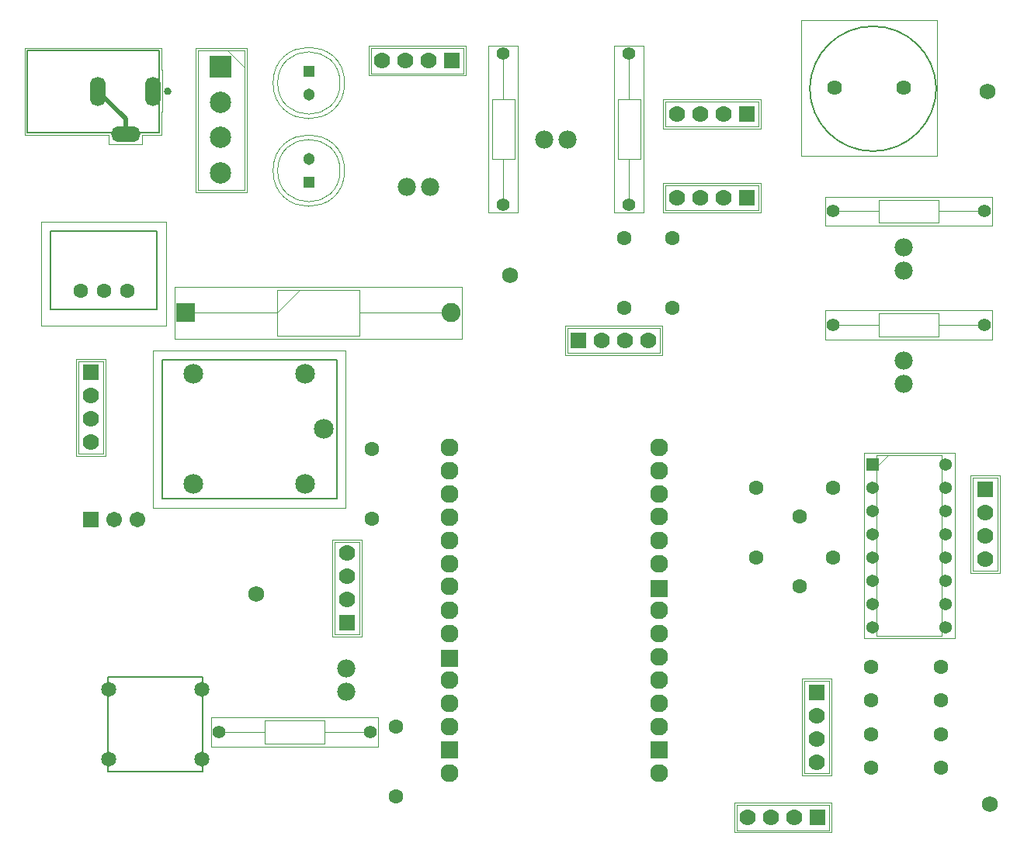
<source format=gbs>
G04*
G04 #@! TF.GenerationSoftware,Altium Limited,Altium Designer,18.0.9 (584)*
G04*
G04 Layer_Color=16711935*
%FSLAX44Y44*%
%MOMM*%
G71*
G01*
G75*
%ADD10C,0.2000*%
%ADD11C,0.1000*%
%ADD12C,0.1270*%
%ADD13C,0.4000*%
%ADD16C,0.0001*%
%ADD17C,0.0500*%
%ADD18C,1.4032*%
%ADD19C,1.7272*%
%ADD20R,1.7032X1.7032*%
%ADD21C,1.7032*%
%ADD22R,1.7782X1.7782*%
%ADD23C,1.7782*%
%ADD24R,1.7782X1.7782*%
%ADD25R,1.3632X1.3632*%
%ADD26C,1.3632*%
%ADD27C,2.3332*%
%ADD28R,2.3332X2.3332*%
%ADD29R,2.0782X2.0782*%
%ADD30C,2.0782*%
%ADD31C,1.3032*%
%ADD32R,1.3032X1.3032*%
%ADD33C,1.6202*%
%ADD34C,1.6032*%
%ADD35C,1.6532*%
%ADD36C,2.1532*%
%ADD37C,1.9812*%
%ADD38O,3.2192X1.7112*%
%ADD39O,1.7112X3.2192*%
%ADD40C,1.9558*%
%ADD41R,1.9558X1.9558*%
%ADD42C,0.5000*%
D10*
X1112809Y1189800D02*
G03*
X1250709Y1189800I68950J0D01*
G01*
D02*
G03*
X1112809Y1189800I-68950J-1530D01*
G01*
X284970Y948345D02*
X400970D01*
Y1033345D01*
X284970D02*
X400970D01*
X284970Y948345D02*
Y1033345D01*
X347280Y546800D02*
X450280D01*
Y443800D02*
Y546800D01*
X347280Y443800D02*
X450280D01*
X347280D02*
Y546800D01*
X596730Y741430D02*
Y893430D01*
X406730D02*
X596730D01*
X406730Y741430D02*
Y893430D01*
Y741430D02*
X596730D01*
D11*
X600500Y1195260D02*
G03*
X600500Y1195260I-34000J0D01*
G01*
Y1099570D02*
G03*
X600500Y1099570I-34000J0D01*
G01*
X518730Y473910D02*
X583730D01*
X518730D02*
Y498910D01*
X583730D01*
Y473910D02*
Y498910D01*
Y486410D02*
X633730D01*
X468730D02*
X518730D01*
X315310Y891755D02*
X342710D01*
Y790655D02*
Y891755D01*
X315310Y790655D02*
X342710D01*
X315310D02*
Y891755D01*
X1106540Y542645D02*
X1133940D01*
Y441545D02*
Y542645D01*
X1106540Y441545D02*
X1133940D01*
X1106540D02*
Y542645D01*
X848215Y900700D02*
Y928100D01*
X949315D01*
Y900700D02*
Y928100D01*
X848215Y900700D02*
X949315D01*
X594630Y593340D02*
X622030D01*
X594630D02*
Y694440D01*
X622030D01*
Y593340D02*
Y694440D01*
X735160Y1205845D02*
Y1233245D01*
X634060Y1205845D02*
X735160D01*
X634060D02*
Y1233245D01*
X735160D01*
X1056724Y1147685D02*
Y1175085D01*
X955624Y1147685D02*
X1056724D01*
X955624D02*
Y1175085D01*
X1056724D01*
Y1056245D02*
Y1083645D01*
X955624Y1056245D02*
X1056724D01*
X955624D02*
Y1083645D01*
X1056724D01*
X1290164Y764090D02*
X1317564D01*
Y662990D02*
Y764090D01*
X1290164Y662990D02*
X1317564D01*
X1290164D02*
Y764090D01*
X1133940Y379490D02*
Y406890D01*
X1032840Y379490D02*
X1133940D01*
X1032840D02*
Y406890D01*
X1133940D01*
X1185714Y788665D02*
X1256814D01*
Y591765D02*
Y788665D01*
X1185714Y591765D02*
X1256814D01*
X1185714D02*
Y788665D01*
Y775965D02*
X1198414Y788665D01*
X477430Y1231180D02*
X496680Y1211930D01*
X445880Y1231180D02*
X496680D01*
X445880Y1078780D02*
Y1231180D01*
Y1078780D02*
X496680D01*
Y1231180D01*
X531880Y969450D02*
X621880D01*
Y919400D02*
Y969450D01*
X531880Y919400D02*
X621880D01*
X531880D02*
Y969450D01*
Y944430D02*
X556900Y969450D01*
X431880Y944430D02*
X531880D01*
X621880D02*
X721880D01*
X791090Y1112245D02*
Y1177245D01*
X766090Y1112245D02*
X791090D01*
X766090D02*
Y1177245D01*
X791090D01*
X778590D02*
Y1227245D01*
Y1062245D02*
Y1112245D01*
X903250D02*
Y1177245D01*
X928250D01*
Y1112245D02*
Y1177245D01*
X903250Y1112245D02*
X928250D01*
X915750Y1062245D02*
Y1112245D01*
Y1177245D02*
Y1227245D01*
X1188384Y943796D02*
X1253384D01*
Y918796D02*
Y943796D01*
X1188384Y918796D02*
X1253384D01*
X1188384D02*
Y943796D01*
X1138384Y931296D02*
X1188384D01*
X1253384D02*
X1303384D01*
X1188384Y1067689D02*
X1253384D01*
Y1042689D02*
Y1067689D01*
X1188384Y1042689D02*
X1253384D01*
X1188384D02*
Y1067689D01*
X1138384Y1055189D02*
X1188384D01*
X1253384D02*
X1303384D01*
X1103469Y1115850D02*
X1251369D01*
Y1263750D01*
X1103469D02*
X1251369D01*
X1103469Y1115850D02*
Y1263750D01*
X274970Y930345D02*
X410970D01*
Y1043345D01*
X274970D02*
X410970D01*
X274970Y930345D02*
Y1043345D01*
X606730Y731430D02*
Y903430D01*
X396730D02*
X606730D01*
X396730Y731430D02*
Y903430D01*
Y731430D02*
X606730D01*
D12*
X259550Y1141180D02*
Y1231180D01*
X403550Y1141180D02*
Y1231180D01*
X259550D02*
X403550D01*
X259550Y1141180D02*
X403550D01*
X259550D02*
Y1231180D01*
X403550Y1141180D02*
Y1231180D01*
X259550D02*
X403550D01*
X259550Y1141180D02*
X403550D01*
X259550D02*
Y1231180D01*
X403550D01*
X385050Y1141180D02*
X403550D01*
Y1201680D02*
Y1231180D01*
X259550Y1141180D02*
X349050D01*
X403550D02*
Y1171680D01*
D13*
X414550Y1186180D02*
G03*
X414550Y1186180I-2000J0D01*
G01*
D16*
X358550Y1144180D02*
X374550D01*
X358550Y1134180D02*
Y1144180D01*
Y1134180D02*
X374550D01*
Y1144180D01*
X331550Y1178180D02*
Y1194180D01*
Y1178180D02*
X341550D01*
Y1194180D01*
X331550D02*
X341550D01*
X391550Y1178180D02*
Y1194180D01*
Y1178180D02*
X401550D01*
Y1194180D01*
X391550D02*
X401550D01*
D17*
X605500Y1195260D02*
G03*
X605500Y1195260I-39000J0D01*
G01*
Y1099570D02*
G03*
X605500Y1099570I-39000J0D01*
G01*
X460230Y470410D02*
X642230D01*
X460230D02*
Y502410D01*
X642230D01*
Y470410D02*
Y502410D01*
X312810Y894255D02*
X345210D01*
Y788155D02*
Y894255D01*
X312810Y788155D02*
X345210D01*
X312810D02*
Y894255D01*
X1104040Y545145D02*
X1136440D01*
Y439045D02*
Y545145D01*
X1104040Y439045D02*
X1136440D01*
X1104040D02*
Y545145D01*
X845715Y898200D02*
Y930600D01*
X951815D01*
Y898200D02*
Y930600D01*
X845715Y898200D02*
X951815D01*
X592130Y590840D02*
X624530D01*
X592130D02*
Y696940D01*
X624530D01*
Y590840D02*
Y696940D01*
X737660Y1203345D02*
Y1235745D01*
X631560Y1203345D02*
X737660D01*
X631560D02*
Y1235745D01*
X737660D01*
X1059224Y1145185D02*
Y1177585D01*
X953124Y1145185D02*
X1059224D01*
X953124D02*
Y1177585D01*
X1059224D01*
Y1053745D02*
Y1086145D01*
X953124Y1053745D02*
X1059224D01*
X953124D02*
Y1086145D01*
X1059224D01*
X1287664Y766590D02*
X1320064D01*
Y660490D02*
Y766590D01*
X1287664Y660490D02*
X1320064D01*
X1287664D02*
Y766590D01*
X1136440Y376990D02*
Y409390D01*
X1030340Y376990D02*
X1136440D01*
X1030340D02*
Y409390D01*
X1136440D01*
X1171664Y791165D02*
X1270864D01*
Y589265D02*
Y791165D01*
X1171664Y589265D02*
X1270864D01*
X1171664D02*
Y791165D01*
X443380Y1233680D02*
X499180D01*
X443380Y1076280D02*
Y1233680D01*
Y1076280D02*
X499180D01*
Y1233680D01*
X420000Y972950D02*
X733750D01*
Y915900D02*
Y972950D01*
X420000Y915900D02*
X733750D01*
X420000D02*
Y972950D01*
X794590Y1053745D02*
Y1235745D01*
X762590Y1053745D02*
X794590D01*
X762590D02*
Y1235745D01*
X794590D01*
X899750Y1053745D02*
Y1235745D01*
X931750D01*
Y1053745D02*
Y1235745D01*
X899750Y1053745D02*
X931750D01*
X1129884Y947296D02*
X1311884D01*
Y915296D02*
Y947296D01*
X1129884Y915296D02*
X1311884D01*
X1129884D02*
Y947296D01*
Y1071189D02*
X1311884D01*
Y1039189D02*
Y1071189D01*
X1129884Y1039189D02*
X1311884D01*
X1129884D02*
Y1071189D01*
X406050Y1209680D02*
X407050D01*
Y1163680D02*
Y1209680D01*
X406050Y1163680D02*
X407050D01*
X406050Y1138680D02*
Y1163680D01*
Y1209680D02*
Y1233680D01*
X256550D02*
X406050D01*
X256550Y1138680D02*
Y1233680D01*
Y1138680D02*
X348050D01*
Y1128180D02*
Y1138680D01*
Y1128180D02*
X385050D01*
Y1138680D01*
X406050D01*
D18*
X633730Y486410D02*
D03*
X468730D02*
D03*
X778590Y1227245D02*
D03*
Y1062245D02*
D03*
X915750D02*
D03*
Y1227245D02*
D03*
X1138384Y931296D02*
D03*
X1303384D02*
D03*
X1138384Y1055189D02*
D03*
X1303384D02*
D03*
D19*
X509270Y637540D02*
D03*
X1309370Y407670D02*
D03*
X786130Y985520D02*
D03*
X1306830Y1186180D02*
D03*
D20*
X328635Y718820D02*
D03*
D21*
X354035D02*
D03*
X379435D02*
D03*
D22*
X329010Y879305D02*
D03*
X1120240Y530195D02*
D03*
X608330Y605790D02*
D03*
X1303864Y751640D02*
D03*
D23*
X329010Y853905D02*
D03*
Y828505D02*
D03*
Y803105D02*
D03*
X1120240Y504795D02*
D03*
Y479395D02*
D03*
Y453995D02*
D03*
X886065Y914400D02*
D03*
X911465D02*
D03*
X936865D02*
D03*
X608330Y631190D02*
D03*
Y656590D02*
D03*
Y681990D02*
D03*
X697310Y1219545D02*
D03*
X671910D02*
D03*
X646510D02*
D03*
X1018874Y1161385D02*
D03*
X993474D02*
D03*
X968074D02*
D03*
X1018874Y1069945D02*
D03*
X993474D02*
D03*
X968074D02*
D03*
X1303864Y726240D02*
D03*
Y700840D02*
D03*
Y675440D02*
D03*
X1096090Y393190D02*
D03*
X1070690D02*
D03*
X1045290D02*
D03*
D24*
X860665Y914400D02*
D03*
X722710Y1219545D02*
D03*
X1044274Y1161385D02*
D03*
Y1069945D02*
D03*
X1121490Y393190D02*
D03*
D25*
X1181564Y779115D02*
D03*
D26*
Y753715D02*
D03*
Y728315D02*
D03*
Y702915D02*
D03*
Y677515D02*
D03*
Y652115D02*
D03*
Y626715D02*
D03*
Y601315D02*
D03*
X1260964D02*
D03*
Y626715D02*
D03*
Y652115D02*
D03*
Y677515D02*
D03*
Y702915D02*
D03*
Y728315D02*
D03*
Y753715D02*
D03*
Y779115D02*
D03*
D27*
X469980Y1097230D02*
D03*
Y1135730D02*
D03*
Y1174230D02*
D03*
D28*
Y1212730D02*
D03*
D29*
X431880Y944430D02*
D03*
D30*
X721880D02*
D03*
D31*
X566500Y1182760D02*
D03*
Y1112070D02*
D03*
D32*
Y1207760D02*
D03*
Y1087070D02*
D03*
D33*
X1139469Y1189800D02*
D03*
X1215369D02*
D03*
D34*
X317570Y968345D02*
D03*
X342970D02*
D03*
X368370D02*
D03*
X1255630Y558135D02*
D03*
X1179430D02*
D03*
X910590Y949960D02*
D03*
Y1026160D02*
D03*
X1255630Y447645D02*
D03*
X1179430D02*
D03*
X1138254Y677515D02*
D03*
Y753715D02*
D03*
X635000Y719147D02*
D03*
Y795347D02*
D03*
X661670Y492760D02*
D03*
Y416560D02*
D03*
X1101424Y721965D02*
D03*
Y645765D02*
D03*
X1179430Y521305D02*
D03*
X1255630D02*
D03*
Y484475D02*
D03*
X1179430D02*
D03*
X962660Y949960D02*
D03*
Y1026160D02*
D03*
X1054154Y753715D02*
D03*
Y677515D02*
D03*
D35*
X449580Y533400D02*
D03*
X347980D02*
D03*
X449580Y457200D02*
D03*
X347980D02*
D03*
D36*
X582730Y817430D02*
D03*
X562730Y757430D02*
D03*
X440730D02*
D03*
Y877430D02*
D03*
X562730D02*
D03*
D37*
X698580Y1081590D02*
D03*
X673180D02*
D03*
X848440Y1133760D02*
D03*
X823040D02*
D03*
X607315Y556260D02*
D03*
Y530860D02*
D03*
X1215369Y990400D02*
D03*
Y1015800D02*
D03*
Y866507D02*
D03*
Y891908D02*
D03*
D38*
X366550Y1139180D02*
D03*
D39*
X336550Y1186180D02*
D03*
X396550D02*
D03*
D40*
X720170Y441510D02*
D03*
Y543110D02*
D03*
Y517710D02*
D03*
Y492310D02*
D03*
Y593910D02*
D03*
Y619310D02*
D03*
Y645980D02*
D03*
Y797110D02*
D03*
Y771710D02*
D03*
Y746310D02*
D03*
Y720910D02*
D03*
Y695510D02*
D03*
Y670110D02*
D03*
X948770Y441510D02*
D03*
Y543110D02*
D03*
Y517710D02*
D03*
Y492310D02*
D03*
Y568510D02*
D03*
Y593910D02*
D03*
Y619310D02*
D03*
Y797110D02*
D03*
Y771710D02*
D03*
Y746310D02*
D03*
Y722180D02*
D03*
Y695510D02*
D03*
Y670110D02*
D03*
D41*
X720170Y466910D02*
D03*
Y567240D02*
D03*
X948770Y466910D02*
D03*
Y643440D02*
D03*
D42*
X366550Y1139180D02*
Y1156180D01*
X336550Y1186180D02*
X366550Y1156180D01*
M02*

</source>
